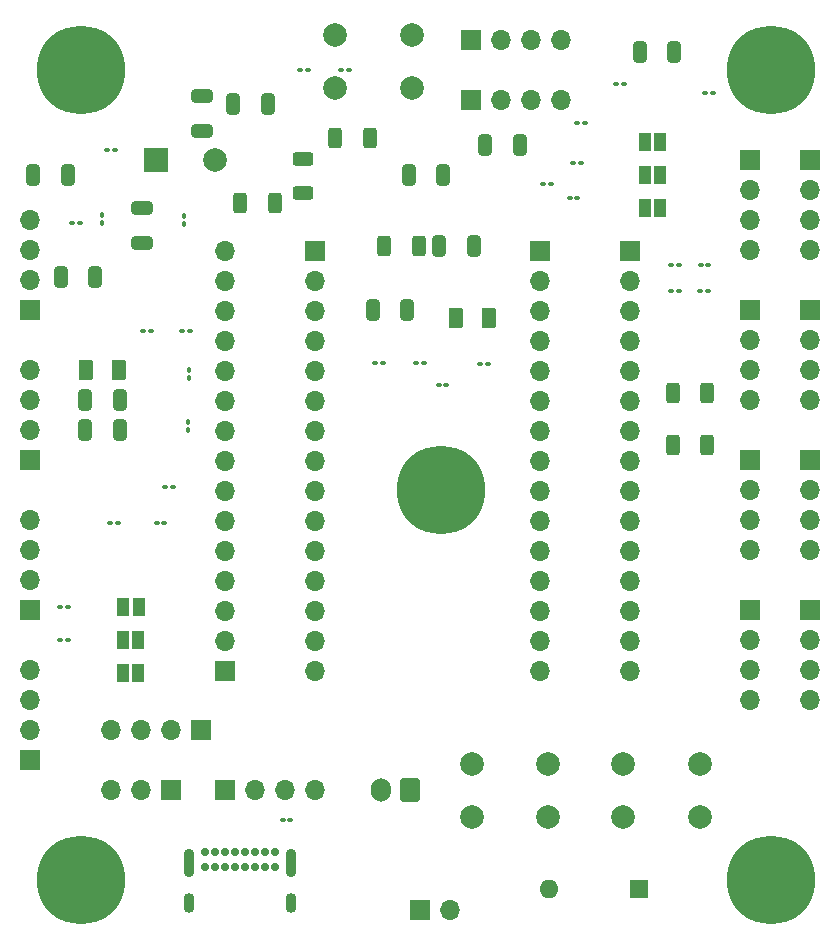
<source format=gbr>
%TF.GenerationSoftware,KiCad,Pcbnew,8.0.7*%
%TF.CreationDate,2025-01-25T22:31:14-05:00*%
%TF.ProjectId,shadow,73686164-6f77-42e6-9b69-6361645f7063,rev?*%
%TF.SameCoordinates,Original*%
%TF.FileFunction,Soldermask,Bot*%
%TF.FilePolarity,Negative*%
%FSLAX46Y46*%
G04 Gerber Fmt 4.6, Leading zero omitted, Abs format (unit mm)*
G04 Created by KiCad (PCBNEW 8.0.7) date 2025-01-25 22:31:14*
%MOMM*%
%LPD*%
G01*
G04 APERTURE LIST*
G04 Aperture macros list*
%AMRoundRect*
0 Rectangle with rounded corners*
0 $1 Rounding radius*
0 $2 $3 $4 $5 $6 $7 $8 $9 X,Y pos of 4 corners*
0 Add a 4 corners polygon primitive as box body*
4,1,4,$2,$3,$4,$5,$6,$7,$8,$9,$2,$3,0*
0 Add four circle primitives for the rounded corners*
1,1,$1+$1,$2,$3*
1,1,$1+$1,$4,$5*
1,1,$1+$1,$6,$7*
1,1,$1+$1,$8,$9*
0 Add four rect primitives between the rounded corners*
20,1,$1+$1,$2,$3,$4,$5,0*
20,1,$1+$1,$4,$5,$6,$7,0*
20,1,$1+$1,$6,$7,$8,$9,0*
20,1,$1+$1,$8,$9,$2,$3,0*%
G04 Aperture macros list end*
%ADD10R,1.700000X1.700000*%
%ADD11O,1.700000X1.700000*%
%ADD12RoundRect,0.250000X0.600000X0.750000X-0.600000X0.750000X-0.600000X-0.750000X0.600000X-0.750000X0*%
%ADD13O,1.700000X2.000000*%
%ADD14C,2.000000*%
%ADD15C,7.500000*%
%ADD16R,1.600000X1.600000*%
%ADD17O,1.600000X1.600000*%
%ADD18C,0.700000*%
%ADD19O,0.900000X2.400000*%
%ADD20O,0.900000X1.700000*%
%ADD21R,2.000000X2.000000*%
%ADD22RoundRect,0.100000X-0.130000X-0.100000X0.130000X-0.100000X0.130000X0.100000X-0.130000X0.100000X0*%
%ADD23RoundRect,0.250000X-0.375000X-0.625000X0.375000X-0.625000X0.375000X0.625000X-0.375000X0.625000X0*%
%ADD24RoundRect,0.250000X0.325000X0.650000X-0.325000X0.650000X-0.325000X-0.650000X0.325000X-0.650000X0*%
%ADD25R,1.000000X1.500000*%
%ADD26RoundRect,0.100000X0.130000X0.100000X-0.130000X0.100000X-0.130000X-0.100000X0.130000X-0.100000X0*%
%ADD27RoundRect,0.100000X-0.100000X0.130000X-0.100000X-0.130000X0.100000X-0.130000X0.100000X0.130000X0*%
%ADD28RoundRect,0.250000X0.312500X0.625000X-0.312500X0.625000X-0.312500X-0.625000X0.312500X-0.625000X0*%
%ADD29RoundRect,0.250000X-0.312500X-0.625000X0.312500X-0.625000X0.312500X0.625000X-0.312500X0.625000X0*%
%ADD30RoundRect,0.250000X0.625000X-0.312500X0.625000X0.312500X-0.625000X0.312500X-0.625000X-0.312500X0*%
%ADD31RoundRect,0.250000X0.650000X-0.325000X0.650000X0.325000X-0.650000X0.325000X-0.650000X-0.325000X0*%
%ADD32RoundRect,0.100000X0.100000X-0.130000X0.100000X0.130000X-0.100000X0.130000X-0.100000X-0.130000X0*%
G04 APERTURE END LIST*
D10*
%TO.C,I2C_PINOUT7*%
X165862000Y-99060000D03*
D11*
X165862000Y-101600000D03*
X165862000Y-104140000D03*
X165862000Y-106680000D03*
%TD*%
D10*
%TO.C,I2C_PINOUT9*%
X99847000Y-86360000D03*
D11*
X99847000Y-83820000D03*
X99847000Y-81280000D03*
X99847000Y-78740000D03*
%TD*%
D12*
%TO.C,BATT_JST1*%
X132040000Y-114300000D03*
D13*
X129540000Y-114300000D03*
%TD*%
D10*
%TO.C,I2C_PINOUT10*%
X99847000Y-99060000D03*
D11*
X99847000Y-96520000D03*
X99847000Y-93980000D03*
X99847000Y-91440000D03*
%TD*%
D10*
%TO.C,I2C_PINOUT8*%
X99847000Y-73660000D03*
D11*
X99847000Y-71120000D03*
X99847000Y-68580000D03*
X99847000Y-66040000D03*
%TD*%
D10*
%TO.C,I2C_PINOUT0*%
X160782000Y-60960000D03*
D11*
X160782000Y-63500000D03*
X160782000Y-66040000D03*
X160782000Y-68580000D03*
%TD*%
D10*
%TO.C,I2C_PINOUT12*%
X114300000Y-109220000D03*
D11*
X111760000Y-109220000D03*
X109220000Y-109220000D03*
X106680000Y-109220000D03*
%TD*%
D10*
%TO.C,UART1*%
X111760000Y-114300000D03*
D11*
X109220000Y-114300000D03*
X106680000Y-114300000D03*
%TD*%
D10*
%TO.C,I2C_PINOUT2*%
X160782000Y-86360000D03*
D11*
X160782000Y-88900000D03*
X160782000Y-91440000D03*
X160782000Y-93980000D03*
%TD*%
D14*
%TO.C,SW2*%
X150087000Y-112050000D03*
X156587000Y-112050000D03*
X150087000Y-116550000D03*
X156587000Y-116550000D03*
%TD*%
D10*
%TO.C,PICO_R1*%
X143027000Y-68610000D03*
D11*
X143027000Y-71150000D03*
X143027000Y-73690000D03*
X143027000Y-76230000D03*
X143027000Y-78770000D03*
X143027000Y-81310000D03*
X143027000Y-83850000D03*
X143027000Y-86390000D03*
X143027000Y-88930000D03*
X143027000Y-91470000D03*
X143027000Y-94010000D03*
X143027000Y-96550000D03*
X143027000Y-99090000D03*
X143027000Y-101630000D03*
X143027000Y-104170000D03*
%TD*%
D14*
%TO.C,RST_SW1*%
X125680000Y-50328000D03*
X132180000Y-50328000D03*
X125680000Y-54828000D03*
X132180000Y-54828000D03*
%TD*%
D15*
%TO.C,H4*%
X104140000Y-121920000D03*
%TD*%
D10*
%TO.C,OLED_CONN1*%
X116367000Y-114300000D03*
D11*
X118907000Y-114300000D03*
X121447000Y-114300000D03*
X123987000Y-114300000D03*
%TD*%
D15*
%TO.C,H5*%
X162560000Y-121920000D03*
%TD*%
D10*
%TO.C,I2C_PINOUT5*%
X165862000Y-73660000D03*
D11*
X165862000Y-76200000D03*
X165862000Y-78740000D03*
X165862000Y-81280000D03*
%TD*%
D10*
%TO.C,I2C_PINOUT6*%
X165862000Y-86360000D03*
D11*
X165862000Y-88900000D03*
X165862000Y-91440000D03*
X165862000Y-93980000D03*
%TD*%
D10*
%TO.C,MOTOR_CONN1*%
X132867000Y-124460000D03*
D11*
X135407000Y-124460000D03*
%TD*%
D14*
%TO.C,SW1*%
X137237000Y-112050000D03*
X143737000Y-112050000D03*
X137237000Y-116550000D03*
X143737000Y-116550000D03*
%TD*%
D15*
%TO.C,H1*%
X104140000Y-53340000D03*
%TD*%
D10*
%TO.C,US1*%
X137160000Y-55855000D03*
D11*
X139700000Y-55855000D03*
X142240000Y-55855000D03*
X144780000Y-55855000D03*
%TD*%
D16*
%TO.C,SW3*%
X151384000Y-122682000D03*
D17*
X143764000Y-122682000D03*
%TD*%
D18*
%TO.C,J1*%
X114627000Y-119495200D03*
X115477000Y-119495200D03*
X116327000Y-119495200D03*
X117177000Y-119495200D03*
X118027000Y-119495200D03*
X118877000Y-119495200D03*
X119727000Y-119495200D03*
X120577000Y-119495200D03*
X120577000Y-120845200D03*
X119727000Y-120845200D03*
X118877000Y-120845200D03*
X118027000Y-120845200D03*
X117177000Y-120845200D03*
X116327000Y-120845200D03*
X115477000Y-120845200D03*
X114627000Y-120845200D03*
D19*
X113277000Y-120475200D03*
D20*
X113277000Y-123855200D03*
D19*
X121927000Y-120475200D03*
D20*
X121927000Y-123855200D03*
%TD*%
D10*
%TO.C,GPIO_L1*%
X116357000Y-104170000D03*
D11*
X116357000Y-101630000D03*
X116357000Y-99090000D03*
X116357000Y-96550000D03*
X116357000Y-94010000D03*
X116357000Y-91470000D03*
X116357000Y-88930000D03*
X116357000Y-86390000D03*
X116357000Y-83850000D03*
X116357000Y-81310000D03*
X116357000Y-78770000D03*
X116357000Y-76230000D03*
X116357000Y-73690000D03*
X116357000Y-71150000D03*
X116357000Y-68610000D03*
%TD*%
D10*
%TO.C,I2C_PINOUT4*%
X165862000Y-60960000D03*
D11*
X165862000Y-63500000D03*
X165862000Y-66040000D03*
X165862000Y-68580000D03*
%TD*%
D15*
%TO.C,H3*%
X134620000Y-88900000D03*
%TD*%
D10*
%TO.C,I2C_PINOUT1*%
X160807000Y-73660000D03*
D11*
X160807000Y-76200000D03*
X160807000Y-78740000D03*
X160807000Y-81280000D03*
%TD*%
D10*
%TO.C,PICO_L1*%
X123977000Y-68610000D03*
D11*
X123977000Y-71150000D03*
X123977000Y-73690000D03*
X123977000Y-76230000D03*
X123977000Y-78770000D03*
X123977000Y-81310000D03*
X123977000Y-83850000D03*
X123977000Y-86390000D03*
X123977000Y-88930000D03*
X123977000Y-91470000D03*
X123977000Y-94010000D03*
X123977000Y-96550000D03*
X123977000Y-99090000D03*
X123977000Y-101630000D03*
X123977000Y-104170000D03*
%TD*%
D15*
%TO.C,H2*%
X162560000Y-53340000D03*
%TD*%
D10*
%TO.C,I2C_PINOUT11*%
X99847000Y-111760000D03*
D11*
X99847000Y-109220000D03*
X99847000Y-106680000D03*
X99847000Y-104140000D03*
%TD*%
D10*
%TO.C,GPIO_R1*%
X150647000Y-68610000D03*
D11*
X150647000Y-71150000D03*
X150647000Y-73690000D03*
X150647000Y-76230000D03*
X150647000Y-78770000D03*
X150647000Y-81310000D03*
X150647000Y-83850000D03*
X150647000Y-86390000D03*
X150647000Y-88930000D03*
X150647000Y-91470000D03*
X150647000Y-94010000D03*
X150647000Y-96550000D03*
X150647000Y-99090000D03*
X150647000Y-101630000D03*
X150647000Y-104170000D03*
%TD*%
D10*
%TO.C,I2C_PINOUT3*%
X160782000Y-99060000D03*
D11*
X160782000Y-101600000D03*
X160782000Y-104140000D03*
X160782000Y-106680000D03*
%TD*%
D10*
%TO.C,ARR1*%
X137160000Y-50800000D03*
D11*
X139700000Y-50800000D03*
X142240000Y-50800000D03*
X144780000Y-50800000D03*
%TD*%
D21*
%TO.C,C13*%
X110493800Y-60985400D03*
D14*
X115493800Y-60985400D03*
%TD*%
D22*
%TO.C,R18*%
X109433000Y-75438000D03*
X110073000Y-75438000D03*
%TD*%
D23*
%TO.C,D2*%
X104546000Y-78740000D03*
X107346000Y-78740000D03*
%TD*%
D24*
%TO.C,C4*%
X131802000Y-73660000D03*
X128852000Y-73660000D03*
%TD*%
D25*
%TO.C,JP6*%
X153219000Y-59436000D03*
X151919000Y-59436000D03*
%TD*%
D26*
%TO.C,C15*%
X146486000Y-61214000D03*
X145846000Y-61214000D03*
%TD*%
%TO.C,R13*%
X104068000Y-66294000D03*
X103428000Y-66294000D03*
%TD*%
D24*
%TO.C,C7*%
X103049600Y-62230000D03*
X100099600Y-62230000D03*
%TD*%
D22*
%TO.C,R2*%
X132547000Y-78105000D03*
X133187000Y-78105000D03*
%TD*%
D27*
%TO.C,R33*%
X113182000Y-83155000D03*
X113182000Y-83795000D03*
%TD*%
D26*
%TO.C,R22*%
X103052000Y-98806000D03*
X102412000Y-98806000D03*
%TD*%
D24*
%TO.C,C12*%
X107467000Y-83820000D03*
X104517000Y-83820000D03*
%TD*%
D26*
%TO.C,R21*%
X103027000Y-101600000D03*
X102387000Y-101600000D03*
%TD*%
D25*
%TO.C,JP7*%
X153217000Y-62230000D03*
X151917000Y-62230000D03*
%TD*%
D26*
%TO.C,R15*%
X126837000Y-53340000D03*
X126197000Y-53340000D03*
%TD*%
D23*
%TO.C,D1*%
X135912000Y-74295000D03*
X138712000Y-74295000D03*
%TD*%
D24*
%TO.C,C5*%
X154408000Y-51816000D03*
X151458000Y-51816000D03*
%TD*%
D26*
%TO.C,R14*%
X123372000Y-53340000D03*
X122732000Y-53340000D03*
%TD*%
D28*
%TO.C,R8*%
X157189500Y-80645000D03*
X154264500Y-80645000D03*
%TD*%
D26*
%TO.C,R28*%
X157256000Y-69850000D03*
X156616000Y-69850000D03*
%TD*%
%TO.C,R25*%
X146177000Y-64135000D03*
X145537000Y-64135000D03*
%TD*%
%TO.C,R20*%
X107279000Y-91694000D03*
X106639000Y-91694000D03*
%TD*%
%TO.C,R34*%
X154777000Y-69845000D03*
X154137000Y-69845000D03*
%TD*%
D24*
%TO.C,C10*%
X105386000Y-70866000D03*
X102436000Y-70866000D03*
%TD*%
%TO.C,C9*%
X119962000Y-56220000D03*
X117012000Y-56220000D03*
%TD*%
D28*
%TO.C,R9*%
X157189500Y-85090000D03*
X154264500Y-85090000D03*
%TD*%
D26*
%TO.C,C14*%
X111912000Y-88646000D03*
X111272000Y-88646000D03*
%TD*%
D25*
%TO.C,JP3*%
X109036000Y-98806000D03*
X107736000Y-98806000D03*
%TD*%
D29*
%TO.C,R6*%
X125689500Y-59055000D03*
X128614500Y-59055000D03*
%TD*%
D26*
%TO.C,R32*%
X154772000Y-72009000D03*
X154132000Y-72009000D03*
%TD*%
D24*
%TO.C,C2*%
X134850000Y-62230000D03*
X131900000Y-62230000D03*
%TD*%
D26*
%TO.C,R30*%
X121895000Y-116840000D03*
X121255000Y-116840000D03*
%TD*%
D24*
%TO.C,C11*%
X107467000Y-81280000D03*
X104517000Y-81280000D03*
%TD*%
%TO.C,C1*%
X141327000Y-59690000D03*
X138377000Y-59690000D03*
%TD*%
D28*
%TO.C,R10*%
X132740000Y-68199000D03*
X129815000Y-68199000D03*
%TD*%
D22*
%TO.C,R16*%
X137972000Y-78232000D03*
X138612000Y-78232000D03*
%TD*%
D29*
%TO.C,R5*%
X117638100Y-64617600D03*
X120563100Y-64617600D03*
%TD*%
D25*
%TO.C,JP8*%
X153219000Y-65024000D03*
X151919000Y-65024000D03*
%TD*%
D27*
%TO.C,R11*%
X112867000Y-65720000D03*
X112867000Y-66360000D03*
%TD*%
D26*
%TO.C,R24*%
X146812000Y-57785000D03*
X146172000Y-57785000D03*
%TD*%
D24*
%TO.C,C6*%
X137451500Y-68199000D03*
X134501500Y-68199000D03*
%TD*%
D30*
%TO.C,R7*%
X122936000Y-63754000D03*
X122936000Y-60829000D03*
%TD*%
D31*
%TO.C,C8*%
X114417300Y-58474400D03*
X114417300Y-55524400D03*
%TD*%
D25*
%TO.C,JP4*%
X109021000Y-101600000D03*
X107721000Y-101600000D03*
%TD*%
D22*
%TO.C,R1*%
X134452000Y-80010000D03*
X135092000Y-80010000D03*
%TD*%
%TO.C,R31*%
X112710000Y-75438000D03*
X113350000Y-75438000D03*
%TD*%
D26*
%TO.C,R3*%
X129697000Y-78105000D03*
X129057000Y-78105000D03*
%TD*%
%TO.C,R26*%
X150114000Y-54483000D03*
X149474000Y-54483000D03*
%TD*%
D31*
%TO.C,C3*%
X109347000Y-67997600D03*
X109347000Y-65047600D03*
%TD*%
D26*
%TO.C,R23*%
X111211000Y-91694000D03*
X110571000Y-91694000D03*
%TD*%
D27*
%TO.C,R19*%
X113309000Y-78740000D03*
X113309000Y-79380000D03*
%TD*%
D32*
%TO.C,R12*%
X105943000Y-66269000D03*
X105943000Y-65629000D03*
%TD*%
D26*
%TO.C,R4*%
X143946000Y-62992000D03*
X143306000Y-62992000D03*
%TD*%
D25*
%TO.C,JP5*%
X109021000Y-104394000D03*
X107721000Y-104394000D03*
%TD*%
D26*
%TO.C,R29*%
X157637000Y-55245000D03*
X156997000Y-55245000D03*
%TD*%
%TO.C,R17*%
X107010600Y-60071000D03*
X106370600Y-60071000D03*
%TD*%
%TO.C,R27*%
X157231000Y-72009000D03*
X156591000Y-72009000D03*
%TD*%
M02*

</source>
